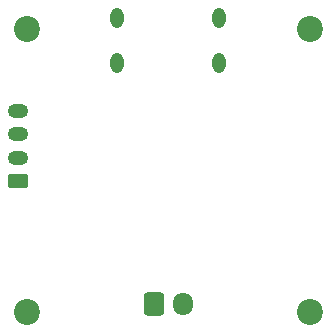
<source format=gbr>
%TF.GenerationSoftware,KiCad,Pcbnew,7.0.11-2.fc38*%
%TF.CreationDate,2024-03-11T20:51:48+00:00*%
%TF.ProjectId,tonie-charger-pd,746f6e69-652d-4636-9861-726765722d70,rev?*%
%TF.SameCoordinates,Original*%
%TF.FileFunction,Soldermask,Bot*%
%TF.FilePolarity,Negative*%
%FSLAX46Y46*%
G04 Gerber Fmt 4.6, Leading zero omitted, Abs format (unit mm)*
G04 Created by KiCad (PCBNEW 7.0.11-2.fc38) date 2024-03-11 20:51:48*
%MOMM*%
%LPD*%
G01*
G04 APERTURE LIST*
G04 Aperture macros list*
%AMRoundRect*
0 Rectangle with rounded corners*
0 $1 Rounding radius*
0 $2 $3 $4 $5 $6 $7 $8 $9 X,Y pos of 4 corners*
0 Add a 4 corners polygon primitive as box body*
4,1,4,$2,$3,$4,$5,$6,$7,$8,$9,$2,$3,0*
0 Add four circle primitives for the rounded corners*
1,1,$1+$1,$2,$3*
1,1,$1+$1,$4,$5*
1,1,$1+$1,$6,$7*
1,1,$1+$1,$8,$9*
0 Add four rect primitives between the rounded corners*
20,1,$1+$1,$2,$3,$4,$5,0*
20,1,$1+$1,$4,$5,$6,$7,0*
20,1,$1+$1,$6,$7,$8,$9,0*
20,1,$1+$1,$8,$9,$2,$3,0*%
G04 Aperture macros list end*
%ADD10C,2.200000*%
%ADD11O,1.117600X1.701800*%
%ADD12C,0.762000*%
%ADD13RoundRect,0.250000X-0.600000X-0.725000X0.600000X-0.725000X0.600000X0.725000X-0.600000X0.725000X0*%
%ADD14O,1.700000X1.950000*%
%ADD15RoundRect,0.250000X0.625000X-0.350000X0.625000X0.350000X-0.625000X0.350000X-0.625000X-0.350000X0*%
%ADD16O,1.750000X1.200000*%
G04 APERTURE END LIST*
D10*
%TO.C,H4*%
X127000000Y-127000000D03*
%TD*%
%TO.C,H3*%
X103000000Y-127000000D03*
%TD*%
%TO.C,H2*%
X103000000Y-103000000D03*
%TD*%
%TO.C,H1*%
X127000000Y-103000000D03*
%TD*%
D11*
%TO.C,J1*%
X110679998Y-102119994D03*
X110679998Y-105920000D03*
X119320002Y-105920000D03*
X119320002Y-102119994D03*
D12*
X119320002Y-102119994D03*
%TD*%
D13*
%TO.C,J3*%
X113750000Y-126290000D03*
D14*
X116250000Y-126290000D03*
%TD*%
D15*
%TO.C,J2*%
X102290000Y-115940000D03*
D16*
X102290000Y-113940000D03*
X102290000Y-111940000D03*
X102290000Y-109940000D03*
%TD*%
M02*

</source>
